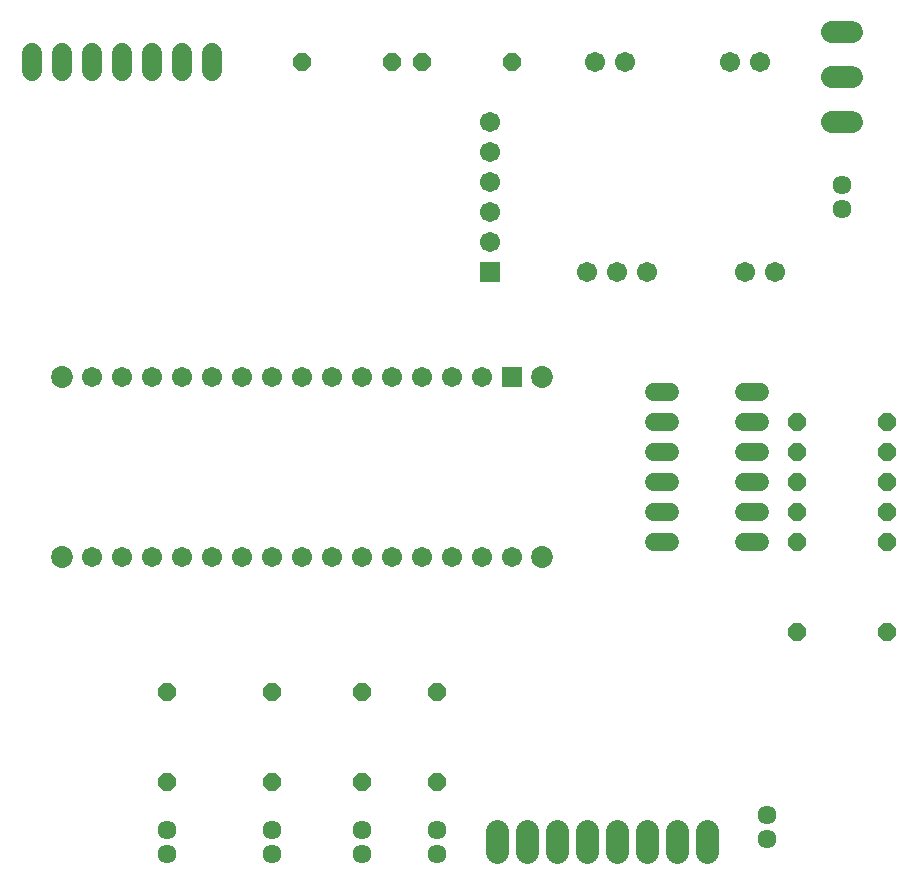
<source format=gbr>
G04 EAGLE Gerber RS-274X export*
G75*
%MOMM*%
%FSLAX34Y34*%
%LPD*%
%INSoldermask Top*%
%IPPOS*%
%AMOC8*
5,1,8,0,0,1.08239X$1,22.5*%
G01*
%ADD10C,1.611200*%
%ADD11R,1.711200X1.711200*%
%ADD12C,1.711200*%
%ADD13C,1.854200*%
%ADD14P,1.649562X8X22.500000*%
%ADD15P,1.649562X8X202.500000*%
%ADD16P,1.649562X8X292.500000*%
%ADD17C,1.879600*%
%ADD18C,1.727200*%
%ADD19C,1.524000*%
%ADD20C,1.981200*%


D10*
X723900Y612300D03*
X723900Y632300D03*
X152400Y66200D03*
X152400Y86200D03*
X241300Y66200D03*
X241300Y86200D03*
X317500Y66200D03*
X317500Y86200D03*
X381000Y66200D03*
X381000Y86200D03*
X660400Y98900D03*
X660400Y78900D03*
D11*
X444500Y469900D03*
D12*
X419100Y469900D03*
X393700Y469900D03*
X368300Y469900D03*
X342900Y469900D03*
X317500Y469900D03*
X292100Y469900D03*
X266700Y469900D03*
X241300Y469900D03*
X215900Y469900D03*
X190500Y469900D03*
X165100Y469900D03*
X444500Y317500D03*
X419100Y317500D03*
X393700Y317500D03*
X368300Y317500D03*
X342900Y317500D03*
X317500Y317500D03*
X266700Y317500D03*
X241300Y317500D03*
X190500Y317500D03*
X165100Y317500D03*
X215900Y317500D03*
X292100Y317500D03*
X139700Y469900D03*
X114300Y469900D03*
X88900Y469900D03*
X139700Y317500D03*
X114300Y317500D03*
X88900Y317500D03*
D13*
X63500Y469900D03*
X63500Y317500D03*
X469900Y317500D03*
X469900Y469900D03*
D14*
X368300Y736600D03*
X444500Y736600D03*
D15*
X342900Y736600D03*
X266700Y736600D03*
D16*
X152400Y203200D03*
X152400Y127000D03*
X241300Y203200D03*
X241300Y127000D03*
X317500Y203200D03*
X317500Y127000D03*
X381000Y203200D03*
X381000Y127000D03*
D15*
X762000Y254000D03*
X685800Y254000D03*
D14*
X685800Y431800D03*
X762000Y431800D03*
X685800Y406400D03*
X762000Y406400D03*
X685800Y381000D03*
X762000Y381000D03*
D15*
X762000Y355600D03*
X685800Y355600D03*
D14*
X685800Y330200D03*
X762000Y330200D03*
D17*
X732282Y762000D02*
X715518Y762000D01*
X715518Y723900D02*
X732282Y723900D01*
X732282Y685800D02*
X715518Y685800D01*
D18*
X190500Y728980D02*
X190500Y744220D01*
X165100Y744220D02*
X165100Y728980D01*
X139700Y728980D02*
X139700Y744220D01*
X114300Y744220D02*
X114300Y728980D01*
X88900Y728980D02*
X88900Y744220D01*
X63500Y744220D02*
X63500Y728980D01*
X38100Y728980D02*
X38100Y744220D01*
D19*
X564896Y457200D02*
X578104Y457200D01*
X578104Y431800D02*
X564896Y431800D01*
X641096Y330200D02*
X654304Y330200D01*
X654304Y355600D02*
X641096Y355600D01*
X578104Y406400D02*
X564896Y406400D01*
X564896Y381000D02*
X578104Y381000D01*
X578104Y330200D02*
X564896Y330200D01*
X564896Y355600D02*
X578104Y355600D01*
X641096Y381000D02*
X654304Y381000D01*
X654304Y406400D02*
X641096Y406400D01*
X641096Y431800D02*
X654304Y431800D01*
X654304Y457200D02*
X641096Y457200D01*
D12*
X425450Y584200D03*
D11*
X425450Y558800D03*
D12*
X425450Y609600D03*
X425450Y635000D03*
X425450Y660400D03*
X425450Y685800D03*
D20*
X508000Y85090D02*
X508000Y67310D01*
X533400Y67310D02*
X533400Y85090D01*
X482600Y85090D02*
X482600Y67310D01*
X457200Y67310D02*
X457200Y85090D01*
X431800Y85090D02*
X431800Y67310D01*
X558800Y67310D02*
X558800Y85090D01*
X584200Y85090D02*
X584200Y67310D01*
X609600Y67310D02*
X609600Y85090D01*
D12*
X514350Y736600D03*
X539750Y736600D03*
X654050Y736600D03*
X628650Y736600D03*
X666750Y558800D03*
X641350Y558800D03*
X508000Y558800D03*
X533400Y558800D03*
X558800Y558800D03*
M02*

</source>
